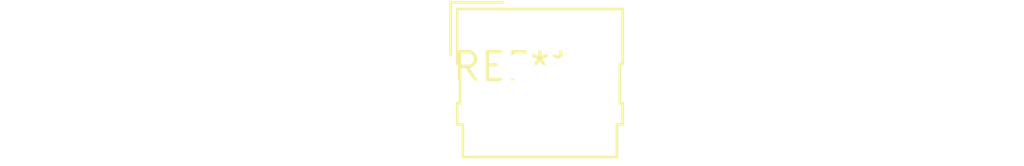
<source format=kicad_pcb>
(kicad_pcb (version 20240108) (generator pcbnew)
  (layers (0 "F.Cu" signal) (31 "B.Cu" signal) (34 "B.Paste" user) (35 "F.Paste" user) (36 "B.SilkS" user "B.Silkscreen") (37 "F.SilkS" user "F.Silkscreen") (38 "B.Mask" user) (39 "F.Mask" user) (44 "Edge.Cuts" user))
  (net 0 "")
  (footprint "Molex_SL_171971-0002_1x02_P2.54mm_Vertical" (layer "F.Cu") (at 0 0)
    (property "Reference" "REF**")
    (property "Value" "Molex_SL_171971-0002_1x02_P2.54mm_Vertical")
    (fp_line (start -2.83 -2.96) (end -0.42 -2.96) (layer "F.SilkS") (stroke (width 0.12)))
    (fp_line (start -2.83 -0.55) (end -2.83 -2.96) (layer "F.SilkS") (stroke (width 0.12)))
    (fp_line (start -2.53 -2.66) (end -2.53 -0.13) (layer "F.SilkS") (stroke (width 0.12)))
    (fp_line (start -2.53 -0.13) (end -2.4 -0.13) (layer "F.SilkS") (stroke (width 0.12)))
    (fp_line (start -2.53 1.68) (end -2.53 2.66) (layer "F.SilkS") (stroke (width 0.12)))
    (fp_line (start -2.53 2.66) (end -2.27 2.66) (layer "F.SilkS") (stroke (width 0.12)))
    (fp_line (start -2.4 -0.13) (end -2.4 1.68) (layer "F.SilkS") (stroke (width 0.12)))
    (fp_line (start -2.4 1.68) (end -2.53 1.68) (layer "F.SilkS") (stroke (width 0.12)))
    (fp_line (start -2.27 2.66) (end -2.27 4.16) (layer "F.SilkS") (stroke (width 0.12)))
    (fp_line (start -2.27 4.16) (end 4.81 4.16) (layer "F.SilkS") (stroke (width 0.12)))
    (fp_line (start 4.81 2.66) (end 5.07 2.66) (layer "F.SilkS") (stroke (width 0.12)))
    (fp_line (start 4.81 4.16) (end 4.81 2.66) (layer "F.SilkS") (stroke (width 0.12)))
    (fp_line (start 4.94 -0.13) (end 5.07 -0.13) (layer "F.SilkS") (stroke (width 0.12)))
    (fp_line (start 4.94 1.68) (end 4.94 -0.13) (layer "F.SilkS") (stroke (width 0.12)))
    (fp_line (start 5.07 -2.66) (end -2.53 -2.66) (layer "F.SilkS") (stroke (width 0.12)))
    (fp_line (start 5.07 -0.13) (end 5.07 -2.66) (layer "F.SilkS") (stroke (width 0.12)))
    (fp_line (start 5.07 1.68) (end 4.94 1.68) (layer "F.SilkS") (stroke (width 0.12)))
    (fp_line (start 5.07 2.66) (end 5.07 1.68) (layer "F.SilkS") (stroke (width 0.12)))
    (pad "1" thru_hole roundrect (at 0 0) (size 1.74 1.74) (drill 1.09) (layers *.Cu *.Mask) (remove_unused_layers) (roundrect_rratio 0.143678))
    (pad "2" thru_hole circle (at 2.54 0) (size 1.74 1.74) (drill 1.09) (layers *.Cu *.Mask) (remove_unused_layers))
  )
)
</source>
